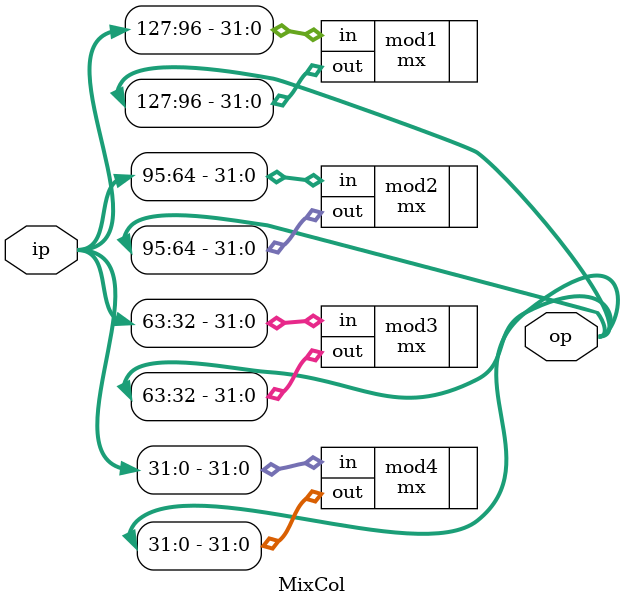
<source format=v>
module MixCol 
(
 input[127:0] ip,
 output wire [127:0] op
);

mx mod1(.in(ip[127:96]),.out(op[127:96]));
mx mod2(.in(ip[95:64]),.out(op[95:64]));
mx mod3(.in(ip[63:32]),.out(op[63:32]));
mx mod4(.in(ip[31:0]),.out(op[31:0]));

//always @(*) $display("in=%h out=%h");

endmodule
</source>
